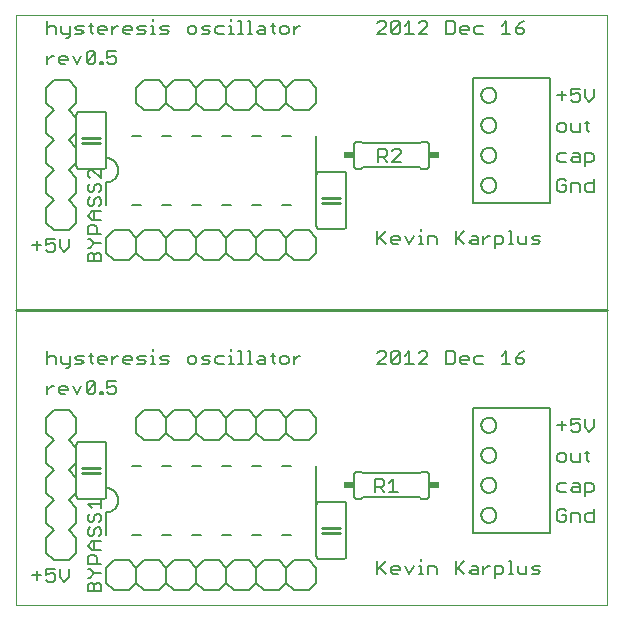
<source format=gto>
G75*
G70*
%OFA0B0*%
%FSLAX24Y24*%
%IPPOS*%
%LPD*%
%AMOC8*
5,1,8,0,0,1.08239X$1,22.5*
%
%ADD10C,0.0000*%
%ADD11C,0.0070*%
%ADD12C,0.0100*%
%ADD13C,0.0060*%
%ADD14C,0.0050*%
%ADD15R,0.0340X0.0240*%
%ADD16C,0.0080*%
D10*
X000150Y000100D02*
X000150Y019785D01*
X019835Y019785D01*
X019835Y000100D01*
X000150Y000100D01*
D11*
X000828Y000957D02*
X000828Y001244D01*
X000685Y001100D02*
X000972Y001100D01*
X001145Y001100D02*
X001145Y001315D01*
X001432Y001315D01*
X001361Y001172D02*
X001432Y001100D01*
X001432Y000957D01*
X001361Y000885D01*
X001217Y000885D01*
X001145Y000957D01*
X001145Y001100D02*
X001289Y001172D01*
X001361Y001172D01*
X001606Y001315D02*
X001606Y001028D01*
X001749Y000885D01*
X001893Y001028D01*
X001893Y001315D01*
X002535Y001310D02*
X002606Y001310D01*
X002750Y001166D01*
X002965Y001166D01*
X002750Y001166D02*
X002606Y001023D01*
X002535Y001023D01*
X002606Y000849D02*
X002678Y000849D01*
X002750Y000777D01*
X002750Y000562D01*
X002965Y000562D02*
X002965Y000777D01*
X002893Y000849D01*
X002822Y000849D01*
X002750Y000777D01*
X002606Y000849D02*
X002535Y000777D01*
X002535Y000562D01*
X002965Y000562D01*
X002965Y001483D02*
X002535Y001483D01*
X002535Y001698D01*
X002606Y001770D01*
X002750Y001770D01*
X002822Y001698D01*
X002822Y001483D01*
X002750Y001943D02*
X002750Y002230D01*
X002678Y002230D02*
X002965Y002230D01*
X002893Y002404D02*
X002965Y002476D01*
X002965Y002619D01*
X002893Y002691D01*
X002822Y002691D01*
X002750Y002619D01*
X002750Y002476D01*
X002678Y002404D01*
X002606Y002404D01*
X002535Y002476D01*
X002535Y002619D01*
X002606Y002691D01*
X002606Y002864D02*
X002535Y002936D01*
X002535Y003079D01*
X002606Y003151D01*
X002750Y003079D02*
X002822Y003151D01*
X002893Y003151D01*
X002965Y003079D01*
X002965Y002936D01*
X002893Y002864D01*
X002750Y002936D02*
X002750Y003079D01*
X002750Y002936D02*
X002678Y002864D01*
X002606Y002864D01*
X002678Y003325D02*
X002535Y003468D01*
X002965Y003468D01*
X002965Y003325D02*
X002965Y003612D01*
X002678Y002230D02*
X002535Y002087D01*
X002678Y001943D01*
X002965Y001943D01*
X003022Y007135D02*
X002950Y007135D01*
X002950Y007207D01*
X003022Y007207D01*
X003022Y007135D01*
X003180Y007207D02*
X003252Y007135D01*
X003395Y007135D01*
X003467Y007207D01*
X003467Y007350D01*
X003395Y007422D01*
X003323Y007422D01*
X003180Y007350D01*
X003180Y007565D01*
X003467Y007565D01*
X003333Y008135D02*
X003333Y008422D01*
X003333Y008278D02*
X003477Y008422D01*
X003549Y008422D01*
X003717Y008350D02*
X003789Y008422D01*
X003932Y008422D01*
X004004Y008350D01*
X004004Y008278D01*
X003717Y008278D01*
X003717Y008207D02*
X003717Y008350D01*
X003717Y008207D02*
X003789Y008135D01*
X003932Y008135D01*
X004178Y008135D02*
X004393Y008135D01*
X004464Y008207D01*
X004393Y008278D01*
X004249Y008278D01*
X004178Y008350D01*
X004249Y008422D01*
X004464Y008422D01*
X004638Y008422D02*
X004710Y008422D01*
X004710Y008135D01*
X004781Y008135D02*
X004638Y008135D01*
X004945Y008135D02*
X005160Y008135D01*
X005232Y008207D01*
X005160Y008278D01*
X005017Y008278D01*
X004945Y008350D01*
X005017Y008422D01*
X005232Y008422D01*
X004710Y008565D02*
X004710Y008637D01*
X005866Y008350D02*
X005866Y008207D01*
X005937Y008135D01*
X006081Y008135D01*
X006153Y008207D01*
X006153Y008350D01*
X006081Y008422D01*
X005937Y008422D01*
X005866Y008350D01*
X006326Y008350D02*
X006398Y008422D01*
X006613Y008422D01*
X006541Y008278D02*
X006398Y008278D01*
X006326Y008350D01*
X006326Y008135D02*
X006541Y008135D01*
X006613Y008207D01*
X006541Y008278D01*
X006786Y008207D02*
X006858Y008135D01*
X007073Y008135D01*
X007247Y008135D02*
X007390Y008135D01*
X007319Y008135D02*
X007319Y008422D01*
X007247Y008422D01*
X007319Y008565D02*
X007319Y008637D01*
X007554Y008565D02*
X007625Y008565D01*
X007625Y008135D01*
X007554Y008135D02*
X007697Y008135D01*
X007861Y008135D02*
X008004Y008135D01*
X007932Y008135D02*
X007932Y008565D01*
X007861Y008565D01*
X008239Y008422D02*
X008383Y008422D01*
X008455Y008350D01*
X008455Y008135D01*
X008239Y008135D01*
X008168Y008207D01*
X008239Y008278D01*
X008455Y008278D01*
X008628Y008422D02*
X008771Y008422D01*
X008700Y008494D02*
X008700Y008207D01*
X008771Y008135D01*
X008935Y008207D02*
X009007Y008135D01*
X009150Y008135D01*
X009222Y008207D01*
X009222Y008350D01*
X009150Y008422D01*
X009007Y008422D01*
X008935Y008350D01*
X008935Y008207D01*
X009395Y008278D02*
X009539Y008422D01*
X009611Y008422D01*
X009395Y008422D02*
X009395Y008135D01*
X007073Y008422D02*
X006858Y008422D01*
X006786Y008350D01*
X006786Y008207D01*
X003160Y008278D02*
X002873Y008278D01*
X002873Y008207D02*
X002873Y008350D01*
X002945Y008422D01*
X003088Y008422D01*
X003160Y008350D01*
X003160Y008278D01*
X003088Y008135D02*
X002945Y008135D01*
X002873Y008207D01*
X002710Y008135D02*
X002638Y008207D01*
X002638Y008494D01*
X002566Y008422D02*
X002710Y008422D01*
X002393Y008422D02*
X002178Y008422D01*
X002106Y008350D01*
X002178Y008278D01*
X002321Y008278D01*
X002393Y008207D01*
X002321Y008135D01*
X002106Y008135D01*
X001932Y008135D02*
X001717Y008135D01*
X001645Y008207D01*
X001645Y008422D01*
X001472Y008350D02*
X001472Y008135D01*
X001472Y008350D02*
X001400Y008422D01*
X001257Y008422D01*
X001185Y008350D01*
X001185Y008565D02*
X001185Y008135D01*
X001789Y007992D02*
X001861Y007992D01*
X001932Y008063D01*
X001932Y008422D01*
X002561Y007565D02*
X002705Y007565D01*
X002776Y007494D01*
X002489Y007207D01*
X002561Y007135D01*
X002705Y007135D01*
X002776Y007207D01*
X002776Y007494D01*
X002561Y007565D02*
X002489Y007494D01*
X002489Y007207D01*
X002316Y007422D02*
X002173Y007135D01*
X002029Y007422D01*
X001856Y007350D02*
X001856Y007278D01*
X001569Y007278D01*
X001569Y007207D02*
X001569Y007350D01*
X001640Y007422D01*
X001784Y007422D01*
X001856Y007350D01*
X001784Y007135D02*
X001640Y007135D01*
X001569Y007207D01*
X001400Y007422D02*
X001328Y007422D01*
X001185Y007278D01*
X001185Y007135D02*
X001185Y007422D01*
X002535Y011562D02*
X002535Y011777D01*
X002606Y011849D01*
X002678Y011849D01*
X002750Y011777D01*
X002750Y011562D01*
X002965Y011562D02*
X002965Y011777D01*
X002893Y011849D01*
X002822Y011849D01*
X002750Y011777D01*
X002606Y012023D02*
X002535Y012023D01*
X002606Y012023D02*
X002750Y012166D01*
X002965Y012166D01*
X002750Y012166D02*
X002606Y012310D01*
X002535Y012310D01*
X002535Y012483D02*
X002535Y012698D01*
X002606Y012770D01*
X002750Y012770D01*
X002822Y012698D01*
X002822Y012483D01*
X002965Y012483D02*
X002535Y012483D01*
X002678Y012943D02*
X002535Y013087D01*
X002678Y013230D01*
X002965Y013230D01*
X002893Y013404D02*
X002965Y013476D01*
X002965Y013619D01*
X002893Y013691D01*
X002822Y013691D01*
X002750Y013619D01*
X002750Y013476D01*
X002678Y013404D01*
X002606Y013404D01*
X002535Y013476D01*
X002535Y013619D01*
X002606Y013691D01*
X002606Y013864D02*
X002678Y013864D01*
X002750Y013936D01*
X002750Y014079D01*
X002822Y014151D01*
X002893Y014151D01*
X002965Y014079D01*
X002965Y013936D01*
X002893Y013864D01*
X002606Y013864D02*
X002535Y013936D01*
X002535Y014079D01*
X002606Y014151D01*
X002606Y014325D02*
X002535Y014396D01*
X002535Y014540D01*
X002606Y014612D01*
X002678Y014612D01*
X002965Y014325D01*
X002965Y014612D01*
X002750Y013230D02*
X002750Y012943D01*
X002678Y012943D02*
X002965Y012943D01*
X001893Y012315D02*
X001893Y012028D01*
X001749Y011885D01*
X001606Y012028D01*
X001606Y012315D01*
X001432Y012315D02*
X001145Y012315D01*
X001145Y012100D01*
X001289Y012172D01*
X001361Y012172D01*
X001432Y012100D01*
X001432Y011957D01*
X001361Y011885D01*
X001217Y011885D01*
X001145Y011957D01*
X000972Y012100D02*
X000685Y012100D01*
X000828Y012244D02*
X000828Y011957D01*
X002535Y011562D02*
X002965Y011562D01*
X003022Y018135D02*
X002950Y018135D01*
X002950Y018207D01*
X003022Y018207D01*
X003022Y018135D01*
X003180Y018207D02*
X003252Y018135D01*
X003395Y018135D01*
X003467Y018207D01*
X003467Y018350D01*
X003395Y018422D01*
X003323Y018422D01*
X003180Y018350D01*
X003180Y018565D01*
X003467Y018565D01*
X003333Y019135D02*
X003333Y019422D01*
X003333Y019278D02*
X003477Y019422D01*
X003549Y019422D01*
X003717Y019350D02*
X003717Y019207D01*
X003789Y019135D01*
X003932Y019135D01*
X004004Y019278D02*
X004004Y019350D01*
X003932Y019422D01*
X003789Y019422D01*
X003717Y019350D01*
X003717Y019278D02*
X004004Y019278D01*
X004178Y019350D02*
X004249Y019422D01*
X004464Y019422D01*
X004393Y019278D02*
X004249Y019278D01*
X004178Y019350D01*
X004178Y019135D02*
X004393Y019135D01*
X004464Y019207D01*
X004393Y019278D01*
X004638Y019135D02*
X004781Y019135D01*
X004710Y019135D02*
X004710Y019422D01*
X004638Y019422D01*
X004710Y019565D02*
X004710Y019637D01*
X004945Y019350D02*
X005017Y019422D01*
X005232Y019422D01*
X005160Y019278D02*
X005017Y019278D01*
X004945Y019350D01*
X004945Y019135D02*
X005160Y019135D01*
X005232Y019207D01*
X005160Y019278D01*
X005866Y019207D02*
X005937Y019135D01*
X006081Y019135D01*
X006153Y019207D01*
X006153Y019350D01*
X006081Y019422D01*
X005937Y019422D01*
X005866Y019350D01*
X005866Y019207D01*
X006326Y019135D02*
X006541Y019135D01*
X006613Y019207D01*
X006541Y019278D01*
X006398Y019278D01*
X006326Y019350D01*
X006398Y019422D01*
X006613Y019422D01*
X006786Y019350D02*
X006786Y019207D01*
X006858Y019135D01*
X007073Y019135D01*
X007247Y019135D02*
X007390Y019135D01*
X007319Y019135D02*
X007319Y019422D01*
X007247Y019422D01*
X007319Y019565D02*
X007319Y019637D01*
X007554Y019565D02*
X007625Y019565D01*
X007625Y019135D01*
X007554Y019135D02*
X007697Y019135D01*
X007861Y019135D02*
X008004Y019135D01*
X007932Y019135D02*
X007932Y019565D01*
X007861Y019565D01*
X008239Y019422D02*
X008383Y019422D01*
X008455Y019350D01*
X008455Y019135D01*
X008239Y019135D01*
X008168Y019207D01*
X008239Y019278D01*
X008455Y019278D01*
X008628Y019422D02*
X008771Y019422D01*
X008700Y019494D02*
X008700Y019207D01*
X008771Y019135D01*
X008935Y019207D02*
X008935Y019350D01*
X009007Y019422D01*
X009150Y019422D01*
X009222Y019350D01*
X009222Y019207D01*
X009150Y019135D01*
X009007Y019135D01*
X008935Y019207D01*
X009395Y019278D02*
X009539Y019422D01*
X009611Y019422D01*
X009395Y019422D02*
X009395Y019135D01*
X007073Y019422D02*
X006858Y019422D01*
X006786Y019350D01*
X003160Y019350D02*
X003160Y019278D01*
X002873Y019278D01*
X002873Y019207D02*
X002873Y019350D01*
X002945Y019422D01*
X003088Y019422D01*
X003160Y019350D01*
X003088Y019135D02*
X002945Y019135D01*
X002873Y019207D01*
X002710Y019135D02*
X002638Y019207D01*
X002638Y019494D01*
X002566Y019422D02*
X002710Y019422D01*
X002393Y019422D02*
X002178Y019422D01*
X002106Y019350D01*
X002178Y019278D01*
X002321Y019278D01*
X002393Y019207D01*
X002321Y019135D01*
X002106Y019135D01*
X001932Y019135D02*
X001717Y019135D01*
X001645Y019207D01*
X001645Y019422D01*
X001472Y019350D02*
X001472Y019135D01*
X001472Y019350D02*
X001400Y019422D01*
X001257Y019422D01*
X001185Y019350D01*
X001185Y019565D02*
X001185Y019135D01*
X001789Y018992D02*
X001861Y018992D01*
X001932Y019063D01*
X001932Y019422D01*
X002561Y018565D02*
X002705Y018565D01*
X002776Y018494D01*
X002489Y018207D01*
X002561Y018135D01*
X002705Y018135D01*
X002776Y018207D01*
X002776Y018494D01*
X002561Y018565D02*
X002489Y018494D01*
X002489Y018207D01*
X002316Y018422D02*
X002173Y018135D01*
X002029Y018422D01*
X001856Y018350D02*
X001856Y018278D01*
X001569Y018278D01*
X001569Y018207D02*
X001569Y018350D01*
X001640Y018422D01*
X001784Y018422D01*
X001856Y018350D01*
X001784Y018135D02*
X001640Y018135D01*
X001569Y018207D01*
X001400Y018422D02*
X001328Y018422D01*
X001185Y018278D01*
X001185Y018135D02*
X001185Y018422D01*
X012185Y019135D02*
X012472Y019422D01*
X012472Y019494D01*
X012400Y019565D01*
X012257Y019565D01*
X012185Y019494D01*
X012185Y019135D02*
X012472Y019135D01*
X012645Y019207D02*
X012932Y019494D01*
X012932Y019207D01*
X012861Y019135D01*
X012717Y019135D01*
X012645Y019207D01*
X012645Y019494D01*
X012717Y019565D01*
X012861Y019565D01*
X012932Y019494D01*
X013106Y019422D02*
X013249Y019565D01*
X013249Y019135D01*
X013106Y019135D02*
X013393Y019135D01*
X013566Y019135D02*
X013853Y019422D01*
X013853Y019494D01*
X013781Y019565D01*
X013638Y019565D01*
X013566Y019494D01*
X013566Y019135D02*
X013853Y019135D01*
X014487Y019135D02*
X014702Y019135D01*
X014774Y019207D01*
X014774Y019494D01*
X014702Y019565D01*
X014487Y019565D01*
X014487Y019135D01*
X014947Y019207D02*
X014947Y019350D01*
X015019Y019422D01*
X015163Y019422D01*
X015234Y019350D01*
X015234Y019278D01*
X014947Y019278D01*
X014947Y019207D02*
X015019Y019135D01*
X015163Y019135D01*
X015408Y019207D02*
X015479Y019135D01*
X015695Y019135D01*
X015695Y019422D02*
X015479Y019422D01*
X015408Y019350D01*
X015408Y019207D01*
X016329Y019135D02*
X016615Y019135D01*
X016472Y019135D02*
X016472Y019565D01*
X016329Y019422D01*
X016789Y019350D02*
X016789Y019207D01*
X016861Y019135D01*
X017004Y019135D01*
X017076Y019207D01*
X017076Y019278D01*
X017004Y019350D01*
X016789Y019350D01*
X016932Y019494D01*
X017076Y019565D01*
X018645Y017315D02*
X018645Y017100D01*
X018789Y017172D01*
X018861Y017172D01*
X018932Y017100D01*
X018932Y016957D01*
X018861Y016885D01*
X018717Y016885D01*
X018645Y016957D01*
X018472Y017100D02*
X018185Y017100D01*
X018328Y017244D02*
X018328Y016957D01*
X018645Y017315D02*
X018932Y017315D01*
X019106Y017315D02*
X019106Y017028D01*
X019249Y016885D01*
X019393Y017028D01*
X019393Y017315D01*
X019178Y016244D02*
X019178Y015957D01*
X019249Y015885D01*
X019249Y016172D02*
X019106Y016172D01*
X018932Y016172D02*
X018932Y015885D01*
X018717Y015885D01*
X018645Y015957D01*
X018645Y016172D01*
X018472Y016100D02*
X018400Y016172D01*
X018257Y016172D01*
X018185Y016100D01*
X018185Y015957D01*
X018257Y015885D01*
X018400Y015885D01*
X018472Y015957D01*
X018472Y016100D01*
X018472Y015172D02*
X018257Y015172D01*
X018185Y015100D01*
X018185Y014957D01*
X018257Y014885D01*
X018472Y014885D01*
X018645Y014957D02*
X018717Y015028D01*
X018932Y015028D01*
X018932Y015100D02*
X018932Y014885D01*
X018717Y014885D01*
X018645Y014957D01*
X018717Y015172D02*
X018861Y015172D01*
X018932Y015100D01*
X019106Y015172D02*
X019106Y014742D01*
X019106Y014885D02*
X019321Y014885D01*
X019393Y014957D01*
X019393Y015100D01*
X019321Y015172D01*
X019106Y015172D01*
X019393Y014315D02*
X019393Y013885D01*
X019178Y013885D01*
X019106Y013957D01*
X019106Y014100D01*
X019178Y014172D01*
X019393Y014172D01*
X018932Y014100D02*
X018932Y013885D01*
X018932Y014100D02*
X018861Y014172D01*
X018645Y014172D01*
X018645Y013885D01*
X018472Y013957D02*
X018472Y014100D01*
X018328Y014100D01*
X018185Y014244D02*
X018185Y013957D01*
X018257Y013885D01*
X018400Y013885D01*
X018472Y013957D01*
X018472Y014244D02*
X018400Y014315D01*
X018257Y014315D01*
X018185Y014244D01*
X016630Y012565D02*
X016559Y012565D01*
X016630Y012565D02*
X016630Y012135D01*
X016559Y012135D02*
X016702Y012135D01*
X016866Y012207D02*
X016866Y012422D01*
X016866Y012207D02*
X016937Y012135D01*
X017153Y012135D01*
X017153Y012422D01*
X017326Y012350D02*
X017398Y012422D01*
X017613Y012422D01*
X017541Y012278D02*
X017398Y012278D01*
X017326Y012350D01*
X017326Y012135D02*
X017541Y012135D01*
X017613Y012207D01*
X017541Y012278D01*
X016385Y012207D02*
X016314Y012135D01*
X016098Y012135D01*
X016098Y011992D02*
X016098Y012422D01*
X016314Y012422D01*
X016385Y012350D01*
X016385Y012207D01*
X015930Y012422D02*
X015858Y012422D01*
X015715Y012278D01*
X015715Y012135D02*
X015715Y012422D01*
X015541Y012350D02*
X015541Y012135D01*
X015326Y012135D01*
X015254Y012207D01*
X015326Y012278D01*
X015541Y012278D01*
X015541Y012350D02*
X015469Y012422D01*
X015326Y012422D01*
X015081Y012565D02*
X014794Y012278D01*
X014866Y012350D02*
X015081Y012135D01*
X014794Y012135D02*
X014794Y012565D01*
X014160Y012350D02*
X014160Y012135D01*
X014160Y012350D02*
X014088Y012422D01*
X013873Y012422D01*
X013873Y012135D01*
X013710Y012135D02*
X013566Y012135D01*
X013638Y012135D02*
X013638Y012422D01*
X013566Y012422D01*
X013638Y012565D02*
X013638Y012637D01*
X013393Y012422D02*
X013249Y012135D01*
X013106Y012422D01*
X012932Y012350D02*
X012932Y012278D01*
X012645Y012278D01*
X012645Y012207D02*
X012645Y012350D01*
X012717Y012422D01*
X012861Y012422D01*
X012932Y012350D01*
X012861Y012135D02*
X012717Y012135D01*
X012645Y012207D01*
X012472Y012135D02*
X012257Y012350D01*
X012185Y012278D02*
X012472Y012565D01*
X012185Y012565D02*
X012185Y012135D01*
X012214Y014885D02*
X012214Y015315D01*
X012429Y015315D01*
X012501Y015244D01*
X012501Y015100D01*
X012429Y015028D01*
X012214Y015028D01*
X012358Y015028D02*
X012501Y014885D01*
X012675Y014885D02*
X012962Y015172D01*
X012962Y015244D01*
X012890Y015315D01*
X012746Y015315D01*
X012675Y015244D01*
X012675Y014885D02*
X012962Y014885D01*
X012861Y008565D02*
X012717Y008565D01*
X012645Y008494D01*
X012645Y008207D01*
X012932Y008494D01*
X012932Y008207D01*
X012861Y008135D01*
X012717Y008135D01*
X012645Y008207D01*
X012472Y008135D02*
X012185Y008135D01*
X012472Y008422D01*
X012472Y008494D01*
X012400Y008565D01*
X012257Y008565D01*
X012185Y008494D01*
X012861Y008565D02*
X012932Y008494D01*
X013106Y008422D02*
X013249Y008565D01*
X013249Y008135D01*
X013106Y008135D02*
X013393Y008135D01*
X013566Y008135D02*
X013853Y008422D01*
X013853Y008494D01*
X013781Y008565D01*
X013638Y008565D01*
X013566Y008494D01*
X013566Y008135D02*
X013853Y008135D01*
X014487Y008135D02*
X014487Y008565D01*
X014702Y008565D01*
X014774Y008494D01*
X014774Y008207D01*
X014702Y008135D01*
X014487Y008135D01*
X014947Y008207D02*
X014947Y008350D01*
X015019Y008422D01*
X015163Y008422D01*
X015234Y008350D01*
X015234Y008278D01*
X014947Y008278D01*
X014947Y008207D02*
X015019Y008135D01*
X015163Y008135D01*
X015408Y008207D02*
X015479Y008135D01*
X015695Y008135D01*
X015408Y008207D02*
X015408Y008350D01*
X015479Y008422D01*
X015695Y008422D01*
X016329Y008422D02*
X016472Y008565D01*
X016472Y008135D01*
X016329Y008135D02*
X016615Y008135D01*
X016789Y008207D02*
X016861Y008135D01*
X017004Y008135D01*
X017076Y008207D01*
X017076Y008278D01*
X017004Y008350D01*
X016789Y008350D01*
X016789Y008207D01*
X016789Y008350D02*
X016932Y008494D01*
X017076Y008565D01*
X018328Y006244D02*
X018328Y005957D01*
X018185Y006100D02*
X018472Y006100D01*
X018645Y006100D02*
X018645Y006315D01*
X018932Y006315D01*
X018861Y006172D02*
X018932Y006100D01*
X018932Y005957D01*
X018861Y005885D01*
X018717Y005885D01*
X018645Y005957D01*
X018645Y006100D02*
X018789Y006172D01*
X018861Y006172D01*
X019106Y006315D02*
X019106Y006028D01*
X019249Y005885D01*
X019393Y006028D01*
X019393Y006315D01*
X019178Y005244D02*
X019178Y004957D01*
X019249Y004885D01*
X019249Y005172D02*
X019106Y005172D01*
X018932Y005172D02*
X018932Y004885D01*
X018717Y004885D01*
X018645Y004957D01*
X018645Y005172D01*
X018472Y005100D02*
X018400Y005172D01*
X018257Y005172D01*
X018185Y005100D01*
X018185Y004957D01*
X018257Y004885D01*
X018400Y004885D01*
X018472Y004957D01*
X018472Y005100D01*
X018472Y004172D02*
X018257Y004172D01*
X018185Y004100D01*
X018185Y003957D01*
X018257Y003885D01*
X018472Y003885D01*
X018645Y003957D02*
X018717Y004028D01*
X018932Y004028D01*
X018932Y004100D02*
X018932Y003885D01*
X018717Y003885D01*
X018645Y003957D01*
X018717Y004172D02*
X018861Y004172D01*
X018932Y004100D01*
X019106Y004172D02*
X019321Y004172D01*
X019393Y004100D01*
X019393Y003957D01*
X019321Y003885D01*
X019106Y003885D01*
X019106Y003742D02*
X019106Y004172D01*
X019393Y003315D02*
X019393Y002885D01*
X019178Y002885D01*
X019106Y002957D01*
X019106Y003100D01*
X019178Y003172D01*
X019393Y003172D01*
X018932Y003100D02*
X018932Y002885D01*
X018932Y003100D02*
X018861Y003172D01*
X018645Y003172D01*
X018645Y002885D01*
X018472Y002957D02*
X018472Y003100D01*
X018328Y003100D01*
X018185Y002957D02*
X018257Y002885D01*
X018400Y002885D01*
X018472Y002957D01*
X018472Y003244D02*
X018400Y003315D01*
X018257Y003315D01*
X018185Y003244D01*
X018185Y002957D01*
X017613Y001422D02*
X017398Y001422D01*
X017326Y001350D01*
X017398Y001278D01*
X017541Y001278D01*
X017613Y001207D01*
X017541Y001135D01*
X017326Y001135D01*
X017153Y001135D02*
X017153Y001422D01*
X016866Y001422D02*
X016866Y001207D01*
X016937Y001135D01*
X017153Y001135D01*
X016702Y001135D02*
X016559Y001135D01*
X016630Y001135D02*
X016630Y001565D01*
X016559Y001565D01*
X016385Y001350D02*
X016385Y001207D01*
X016314Y001135D01*
X016098Y001135D01*
X016098Y000992D02*
X016098Y001422D01*
X016314Y001422D01*
X016385Y001350D01*
X015930Y001422D02*
X015858Y001422D01*
X015715Y001278D01*
X015715Y001135D02*
X015715Y001422D01*
X015541Y001350D02*
X015541Y001135D01*
X015326Y001135D01*
X015254Y001207D01*
X015326Y001278D01*
X015541Y001278D01*
X015541Y001350D02*
X015469Y001422D01*
X015326Y001422D01*
X015081Y001565D02*
X014794Y001278D01*
X014866Y001350D02*
X015081Y001135D01*
X014794Y001135D02*
X014794Y001565D01*
X014160Y001350D02*
X014160Y001135D01*
X014160Y001350D02*
X014088Y001422D01*
X013873Y001422D01*
X013873Y001135D01*
X013710Y001135D02*
X013566Y001135D01*
X013638Y001135D02*
X013638Y001422D01*
X013566Y001422D01*
X013638Y001565D02*
X013638Y001637D01*
X013393Y001422D02*
X013249Y001135D01*
X013106Y001422D01*
X012932Y001350D02*
X012932Y001278D01*
X012645Y001278D01*
X012645Y001207D02*
X012645Y001350D01*
X012717Y001422D01*
X012861Y001422D01*
X012932Y001350D01*
X012861Y001135D02*
X012717Y001135D01*
X012645Y001207D01*
X012472Y001135D02*
X012257Y001350D01*
X012185Y001278D02*
X012472Y001565D01*
X012185Y001565D02*
X012185Y001135D01*
X012114Y003885D02*
X012114Y004315D01*
X012329Y004315D01*
X012401Y004244D01*
X012401Y004100D01*
X012329Y004028D01*
X012114Y004028D01*
X012258Y004028D02*
X012401Y003885D01*
X012575Y003885D02*
X012862Y003885D01*
X012718Y003885D02*
X012718Y004315D01*
X012575Y004172D01*
D12*
X010950Y002680D02*
X010350Y002680D01*
X010350Y002520D02*
X010950Y002520D01*
X002950Y004520D02*
X002350Y004520D01*
X002350Y004680D02*
X002950Y004680D01*
X000150Y009940D02*
X019835Y009940D01*
X010950Y013520D02*
X010350Y013520D01*
X010350Y013680D02*
X010950Y013680D01*
X002950Y015520D02*
X002350Y015520D01*
X002350Y015680D02*
X002950Y015680D01*
D13*
X003150Y015750D02*
X003150Y015000D01*
X003150Y014750D02*
X003150Y016450D01*
X003148Y016467D01*
X003144Y016484D01*
X003137Y016500D01*
X003127Y016514D01*
X003114Y016527D01*
X003100Y016537D01*
X003084Y016544D01*
X003067Y016548D01*
X003050Y016550D01*
X002250Y016550D01*
X002233Y016548D01*
X002216Y016544D01*
X002200Y016537D01*
X002186Y016527D01*
X002173Y016514D01*
X002163Y016500D01*
X002156Y016484D01*
X002152Y016467D01*
X002150Y016450D01*
X002150Y014750D01*
X002152Y014733D01*
X002156Y014716D01*
X002163Y014700D01*
X002173Y014686D01*
X002186Y014673D01*
X002200Y014663D01*
X002216Y014656D01*
X002233Y014652D01*
X002250Y014650D01*
X003050Y014650D01*
X003067Y014652D01*
X003084Y014656D01*
X003100Y014663D01*
X003114Y014673D01*
X003127Y014686D01*
X003137Y014700D01*
X003144Y014716D01*
X003148Y014733D01*
X003150Y014750D01*
X003150Y015000D02*
X003189Y014998D01*
X003228Y014992D01*
X003266Y014983D01*
X003303Y014970D01*
X003339Y014953D01*
X003372Y014933D01*
X003404Y014909D01*
X003433Y014883D01*
X003459Y014854D01*
X003483Y014822D01*
X003503Y014789D01*
X003520Y014753D01*
X003533Y014716D01*
X003542Y014678D01*
X003548Y014639D01*
X003550Y014600D01*
X003548Y014561D01*
X003542Y014522D01*
X003533Y014484D01*
X003520Y014447D01*
X003503Y014411D01*
X003483Y014378D01*
X003459Y014346D01*
X003433Y014317D01*
X003404Y014291D01*
X003372Y014267D01*
X003339Y014247D01*
X003303Y014230D01*
X003266Y014217D01*
X003228Y014208D01*
X003189Y014202D01*
X003150Y014200D01*
X003150Y013450D01*
X010150Y013450D02*
X010150Y015750D01*
X010250Y014550D02*
X011050Y014550D01*
X011067Y014548D01*
X011084Y014544D01*
X011100Y014537D01*
X011114Y014527D01*
X011127Y014514D01*
X011137Y014500D01*
X011144Y014484D01*
X011148Y014467D01*
X011150Y014450D01*
X011150Y012750D01*
X011148Y012733D01*
X011144Y012716D01*
X011137Y012700D01*
X011127Y012686D01*
X011114Y012673D01*
X011100Y012663D01*
X011084Y012656D01*
X011067Y012652D01*
X011050Y012650D01*
X010250Y012650D01*
X010233Y012652D01*
X010216Y012656D01*
X010200Y012663D01*
X010186Y012673D01*
X010173Y012686D01*
X010163Y012700D01*
X010156Y012716D01*
X010152Y012733D01*
X010150Y012750D01*
X010150Y014450D01*
X010152Y014467D01*
X010156Y014484D01*
X010163Y014500D01*
X010173Y014514D01*
X010186Y014527D01*
X010200Y014537D01*
X010216Y014544D01*
X010233Y014548D01*
X010250Y014550D01*
X011400Y014750D02*
X011400Y015450D01*
X011402Y015467D01*
X011406Y015484D01*
X011413Y015500D01*
X011423Y015514D01*
X011436Y015527D01*
X011450Y015537D01*
X011466Y015544D01*
X011483Y015548D01*
X011500Y015550D01*
X011650Y015550D01*
X011700Y015500D01*
X013600Y015500D01*
X013650Y015550D01*
X013800Y015550D01*
X013817Y015548D01*
X013834Y015544D01*
X013850Y015537D01*
X013864Y015527D01*
X013877Y015514D01*
X013887Y015500D01*
X013894Y015484D01*
X013898Y015467D01*
X013900Y015450D01*
X013900Y014750D01*
X013898Y014733D01*
X013894Y014716D01*
X013887Y014700D01*
X013877Y014686D01*
X013864Y014673D01*
X013850Y014663D01*
X013834Y014656D01*
X013817Y014652D01*
X013800Y014650D01*
X013650Y014650D01*
X013600Y014700D01*
X011700Y014700D01*
X011650Y014650D01*
X011500Y014650D01*
X011483Y014652D01*
X011466Y014656D01*
X011450Y014663D01*
X011436Y014673D01*
X011423Y014686D01*
X011413Y014700D01*
X011406Y014716D01*
X011402Y014733D01*
X011400Y014750D01*
X003050Y005550D02*
X002250Y005550D01*
X002233Y005548D01*
X002216Y005544D01*
X002200Y005537D01*
X002186Y005527D01*
X002173Y005514D01*
X002163Y005500D01*
X002156Y005484D01*
X002152Y005467D01*
X002150Y005450D01*
X002150Y003750D01*
X002152Y003733D01*
X002156Y003716D01*
X002163Y003700D01*
X002173Y003686D01*
X002186Y003673D01*
X002200Y003663D01*
X002216Y003656D01*
X002233Y003652D01*
X002250Y003650D01*
X003050Y003650D01*
X003067Y003652D01*
X003084Y003656D01*
X003100Y003663D01*
X003114Y003673D01*
X003127Y003686D01*
X003137Y003700D01*
X003144Y003716D01*
X003148Y003733D01*
X003150Y003750D01*
X003150Y005450D01*
X003148Y005467D01*
X003144Y005484D01*
X003137Y005500D01*
X003127Y005514D01*
X003114Y005527D01*
X003100Y005537D01*
X003084Y005544D01*
X003067Y005548D01*
X003050Y005550D01*
X003150Y004750D02*
X003150Y004000D01*
X003189Y003998D01*
X003228Y003992D01*
X003266Y003983D01*
X003303Y003970D01*
X003339Y003953D01*
X003372Y003933D01*
X003404Y003909D01*
X003433Y003883D01*
X003459Y003854D01*
X003483Y003822D01*
X003503Y003789D01*
X003520Y003753D01*
X003533Y003716D01*
X003542Y003678D01*
X003548Y003639D01*
X003550Y003600D01*
X003548Y003561D01*
X003542Y003522D01*
X003533Y003484D01*
X003520Y003447D01*
X003503Y003411D01*
X003483Y003378D01*
X003459Y003346D01*
X003433Y003317D01*
X003404Y003291D01*
X003372Y003267D01*
X003339Y003247D01*
X003303Y003230D01*
X003266Y003217D01*
X003228Y003208D01*
X003189Y003202D01*
X003150Y003200D01*
X003150Y002450D01*
X010150Y002450D02*
X010150Y004750D01*
X010250Y003550D02*
X011050Y003550D01*
X011067Y003548D01*
X011084Y003544D01*
X011100Y003537D01*
X011114Y003527D01*
X011127Y003514D01*
X011137Y003500D01*
X011144Y003484D01*
X011148Y003467D01*
X011150Y003450D01*
X011150Y001750D01*
X011148Y001733D01*
X011144Y001716D01*
X011137Y001700D01*
X011127Y001686D01*
X011114Y001673D01*
X011100Y001663D01*
X011084Y001656D01*
X011067Y001652D01*
X011050Y001650D01*
X010250Y001650D01*
X010233Y001652D01*
X010216Y001656D01*
X010200Y001663D01*
X010186Y001673D01*
X010173Y001686D01*
X010163Y001700D01*
X010156Y001716D01*
X010152Y001733D01*
X010150Y001750D01*
X010150Y003450D01*
X010152Y003467D01*
X010156Y003484D01*
X010163Y003500D01*
X010173Y003514D01*
X010186Y003527D01*
X010200Y003537D01*
X010216Y003544D01*
X010233Y003548D01*
X010250Y003550D01*
X011400Y003750D02*
X011400Y004450D01*
X011402Y004467D01*
X011406Y004484D01*
X011413Y004500D01*
X011423Y004514D01*
X011436Y004527D01*
X011450Y004537D01*
X011466Y004544D01*
X011483Y004548D01*
X011500Y004550D01*
X011650Y004550D01*
X011700Y004500D01*
X013600Y004500D01*
X013650Y004550D01*
X013800Y004550D01*
X013817Y004548D01*
X013834Y004544D01*
X013850Y004537D01*
X013864Y004527D01*
X013877Y004514D01*
X013887Y004500D01*
X013894Y004484D01*
X013898Y004467D01*
X013900Y004450D01*
X013900Y003750D01*
X013898Y003733D01*
X013894Y003716D01*
X013887Y003700D01*
X013877Y003686D01*
X013864Y003673D01*
X013850Y003663D01*
X013834Y003656D01*
X013817Y003652D01*
X013800Y003650D01*
X013650Y003650D01*
X013600Y003700D01*
X011700Y003700D01*
X011650Y003650D01*
X011500Y003650D01*
X011483Y003652D01*
X011466Y003656D01*
X011450Y003663D01*
X011436Y003673D01*
X011423Y003686D01*
X011413Y003700D01*
X011406Y003716D01*
X011402Y003733D01*
X011400Y003750D01*
D14*
X009300Y004750D02*
X009000Y004750D01*
X008300Y004750D02*
X008000Y004750D01*
X007300Y004750D02*
X007000Y004750D01*
X006300Y004750D02*
X006000Y004750D01*
X005300Y004750D02*
X005000Y004750D01*
X004300Y004750D02*
X004000Y004750D01*
X004000Y002450D02*
X004300Y002450D01*
X005000Y002450D02*
X005300Y002450D01*
X006000Y002450D02*
X006300Y002450D01*
X007000Y002450D02*
X007300Y002450D01*
X008000Y002450D02*
X008300Y002450D01*
X009000Y002450D02*
X009300Y002450D01*
X015370Y002510D02*
X015370Y006690D01*
X017930Y006690D01*
X017930Y002510D01*
X015370Y002510D01*
X015650Y003100D02*
X015652Y003131D01*
X015658Y003162D01*
X015668Y003192D01*
X015681Y003220D01*
X015698Y003247D01*
X015718Y003271D01*
X015741Y003293D01*
X015766Y003311D01*
X015794Y003326D01*
X015823Y003338D01*
X015853Y003346D01*
X015884Y003350D01*
X015916Y003350D01*
X015947Y003346D01*
X015977Y003338D01*
X016006Y003326D01*
X016034Y003311D01*
X016059Y003293D01*
X016082Y003271D01*
X016102Y003247D01*
X016119Y003220D01*
X016132Y003192D01*
X016142Y003162D01*
X016148Y003131D01*
X016150Y003100D01*
X016148Y003069D01*
X016142Y003038D01*
X016132Y003008D01*
X016119Y002980D01*
X016102Y002953D01*
X016082Y002929D01*
X016059Y002907D01*
X016034Y002889D01*
X016006Y002874D01*
X015977Y002862D01*
X015947Y002854D01*
X015916Y002850D01*
X015884Y002850D01*
X015853Y002854D01*
X015823Y002862D01*
X015794Y002874D01*
X015766Y002889D01*
X015741Y002907D01*
X015718Y002929D01*
X015698Y002953D01*
X015681Y002980D01*
X015668Y003008D01*
X015658Y003038D01*
X015652Y003069D01*
X015650Y003100D01*
X015650Y004100D02*
X015652Y004131D01*
X015658Y004162D01*
X015668Y004192D01*
X015681Y004220D01*
X015698Y004247D01*
X015718Y004271D01*
X015741Y004293D01*
X015766Y004311D01*
X015794Y004326D01*
X015823Y004338D01*
X015853Y004346D01*
X015884Y004350D01*
X015916Y004350D01*
X015947Y004346D01*
X015977Y004338D01*
X016006Y004326D01*
X016034Y004311D01*
X016059Y004293D01*
X016082Y004271D01*
X016102Y004247D01*
X016119Y004220D01*
X016132Y004192D01*
X016142Y004162D01*
X016148Y004131D01*
X016150Y004100D01*
X016148Y004069D01*
X016142Y004038D01*
X016132Y004008D01*
X016119Y003980D01*
X016102Y003953D01*
X016082Y003929D01*
X016059Y003907D01*
X016034Y003889D01*
X016006Y003874D01*
X015977Y003862D01*
X015947Y003854D01*
X015916Y003850D01*
X015884Y003850D01*
X015853Y003854D01*
X015823Y003862D01*
X015794Y003874D01*
X015766Y003889D01*
X015741Y003907D01*
X015718Y003929D01*
X015698Y003953D01*
X015681Y003980D01*
X015668Y004008D01*
X015658Y004038D01*
X015652Y004069D01*
X015650Y004100D01*
X015650Y005100D02*
X015652Y005131D01*
X015658Y005162D01*
X015668Y005192D01*
X015681Y005220D01*
X015698Y005247D01*
X015718Y005271D01*
X015741Y005293D01*
X015766Y005311D01*
X015794Y005326D01*
X015823Y005338D01*
X015853Y005346D01*
X015884Y005350D01*
X015916Y005350D01*
X015947Y005346D01*
X015977Y005338D01*
X016006Y005326D01*
X016034Y005311D01*
X016059Y005293D01*
X016082Y005271D01*
X016102Y005247D01*
X016119Y005220D01*
X016132Y005192D01*
X016142Y005162D01*
X016148Y005131D01*
X016150Y005100D01*
X016148Y005069D01*
X016142Y005038D01*
X016132Y005008D01*
X016119Y004980D01*
X016102Y004953D01*
X016082Y004929D01*
X016059Y004907D01*
X016034Y004889D01*
X016006Y004874D01*
X015977Y004862D01*
X015947Y004854D01*
X015916Y004850D01*
X015884Y004850D01*
X015853Y004854D01*
X015823Y004862D01*
X015794Y004874D01*
X015766Y004889D01*
X015741Y004907D01*
X015718Y004929D01*
X015698Y004953D01*
X015681Y004980D01*
X015668Y005008D01*
X015658Y005038D01*
X015652Y005069D01*
X015650Y005100D01*
X015650Y006100D02*
X015652Y006131D01*
X015658Y006162D01*
X015668Y006192D01*
X015681Y006220D01*
X015698Y006247D01*
X015718Y006271D01*
X015741Y006293D01*
X015766Y006311D01*
X015794Y006326D01*
X015823Y006338D01*
X015853Y006346D01*
X015884Y006350D01*
X015916Y006350D01*
X015947Y006346D01*
X015977Y006338D01*
X016006Y006326D01*
X016034Y006311D01*
X016059Y006293D01*
X016082Y006271D01*
X016102Y006247D01*
X016119Y006220D01*
X016132Y006192D01*
X016142Y006162D01*
X016148Y006131D01*
X016150Y006100D01*
X016148Y006069D01*
X016142Y006038D01*
X016132Y006008D01*
X016119Y005980D01*
X016102Y005953D01*
X016082Y005929D01*
X016059Y005907D01*
X016034Y005889D01*
X016006Y005874D01*
X015977Y005862D01*
X015947Y005854D01*
X015916Y005850D01*
X015884Y005850D01*
X015853Y005854D01*
X015823Y005862D01*
X015794Y005874D01*
X015766Y005889D01*
X015741Y005907D01*
X015718Y005929D01*
X015698Y005953D01*
X015681Y005980D01*
X015668Y006008D01*
X015658Y006038D01*
X015652Y006069D01*
X015650Y006100D01*
X015370Y013510D02*
X015370Y017690D01*
X017930Y017690D01*
X017930Y013510D01*
X015370Y013510D01*
X015650Y014100D02*
X015652Y014131D01*
X015658Y014162D01*
X015668Y014192D01*
X015681Y014220D01*
X015698Y014247D01*
X015718Y014271D01*
X015741Y014293D01*
X015766Y014311D01*
X015794Y014326D01*
X015823Y014338D01*
X015853Y014346D01*
X015884Y014350D01*
X015916Y014350D01*
X015947Y014346D01*
X015977Y014338D01*
X016006Y014326D01*
X016034Y014311D01*
X016059Y014293D01*
X016082Y014271D01*
X016102Y014247D01*
X016119Y014220D01*
X016132Y014192D01*
X016142Y014162D01*
X016148Y014131D01*
X016150Y014100D01*
X016148Y014069D01*
X016142Y014038D01*
X016132Y014008D01*
X016119Y013980D01*
X016102Y013953D01*
X016082Y013929D01*
X016059Y013907D01*
X016034Y013889D01*
X016006Y013874D01*
X015977Y013862D01*
X015947Y013854D01*
X015916Y013850D01*
X015884Y013850D01*
X015853Y013854D01*
X015823Y013862D01*
X015794Y013874D01*
X015766Y013889D01*
X015741Y013907D01*
X015718Y013929D01*
X015698Y013953D01*
X015681Y013980D01*
X015668Y014008D01*
X015658Y014038D01*
X015652Y014069D01*
X015650Y014100D01*
X015650Y015100D02*
X015652Y015131D01*
X015658Y015162D01*
X015668Y015192D01*
X015681Y015220D01*
X015698Y015247D01*
X015718Y015271D01*
X015741Y015293D01*
X015766Y015311D01*
X015794Y015326D01*
X015823Y015338D01*
X015853Y015346D01*
X015884Y015350D01*
X015916Y015350D01*
X015947Y015346D01*
X015977Y015338D01*
X016006Y015326D01*
X016034Y015311D01*
X016059Y015293D01*
X016082Y015271D01*
X016102Y015247D01*
X016119Y015220D01*
X016132Y015192D01*
X016142Y015162D01*
X016148Y015131D01*
X016150Y015100D01*
X016148Y015069D01*
X016142Y015038D01*
X016132Y015008D01*
X016119Y014980D01*
X016102Y014953D01*
X016082Y014929D01*
X016059Y014907D01*
X016034Y014889D01*
X016006Y014874D01*
X015977Y014862D01*
X015947Y014854D01*
X015916Y014850D01*
X015884Y014850D01*
X015853Y014854D01*
X015823Y014862D01*
X015794Y014874D01*
X015766Y014889D01*
X015741Y014907D01*
X015718Y014929D01*
X015698Y014953D01*
X015681Y014980D01*
X015668Y015008D01*
X015658Y015038D01*
X015652Y015069D01*
X015650Y015100D01*
X015650Y016100D02*
X015652Y016131D01*
X015658Y016162D01*
X015668Y016192D01*
X015681Y016220D01*
X015698Y016247D01*
X015718Y016271D01*
X015741Y016293D01*
X015766Y016311D01*
X015794Y016326D01*
X015823Y016338D01*
X015853Y016346D01*
X015884Y016350D01*
X015916Y016350D01*
X015947Y016346D01*
X015977Y016338D01*
X016006Y016326D01*
X016034Y016311D01*
X016059Y016293D01*
X016082Y016271D01*
X016102Y016247D01*
X016119Y016220D01*
X016132Y016192D01*
X016142Y016162D01*
X016148Y016131D01*
X016150Y016100D01*
X016148Y016069D01*
X016142Y016038D01*
X016132Y016008D01*
X016119Y015980D01*
X016102Y015953D01*
X016082Y015929D01*
X016059Y015907D01*
X016034Y015889D01*
X016006Y015874D01*
X015977Y015862D01*
X015947Y015854D01*
X015916Y015850D01*
X015884Y015850D01*
X015853Y015854D01*
X015823Y015862D01*
X015794Y015874D01*
X015766Y015889D01*
X015741Y015907D01*
X015718Y015929D01*
X015698Y015953D01*
X015681Y015980D01*
X015668Y016008D01*
X015658Y016038D01*
X015652Y016069D01*
X015650Y016100D01*
X015650Y017100D02*
X015652Y017131D01*
X015658Y017162D01*
X015668Y017192D01*
X015681Y017220D01*
X015698Y017247D01*
X015718Y017271D01*
X015741Y017293D01*
X015766Y017311D01*
X015794Y017326D01*
X015823Y017338D01*
X015853Y017346D01*
X015884Y017350D01*
X015916Y017350D01*
X015947Y017346D01*
X015977Y017338D01*
X016006Y017326D01*
X016034Y017311D01*
X016059Y017293D01*
X016082Y017271D01*
X016102Y017247D01*
X016119Y017220D01*
X016132Y017192D01*
X016142Y017162D01*
X016148Y017131D01*
X016150Y017100D01*
X016148Y017069D01*
X016142Y017038D01*
X016132Y017008D01*
X016119Y016980D01*
X016102Y016953D01*
X016082Y016929D01*
X016059Y016907D01*
X016034Y016889D01*
X016006Y016874D01*
X015977Y016862D01*
X015947Y016854D01*
X015916Y016850D01*
X015884Y016850D01*
X015853Y016854D01*
X015823Y016862D01*
X015794Y016874D01*
X015766Y016889D01*
X015741Y016907D01*
X015718Y016929D01*
X015698Y016953D01*
X015681Y016980D01*
X015668Y017008D01*
X015658Y017038D01*
X015652Y017069D01*
X015650Y017100D01*
X009300Y015750D02*
X009000Y015750D01*
X008300Y015750D02*
X008000Y015750D01*
X007300Y015750D02*
X007000Y015750D01*
X006300Y015750D02*
X006000Y015750D01*
X005300Y015750D02*
X005000Y015750D01*
X004300Y015750D02*
X004000Y015750D01*
X004000Y013450D02*
X004300Y013450D01*
X005000Y013450D02*
X005300Y013450D01*
X006000Y013450D02*
X006300Y013450D01*
X007000Y013450D02*
X007300Y013450D01*
X008000Y013450D02*
X008300Y013450D01*
X009000Y013450D02*
X009300Y013450D01*
D15*
X011230Y015100D03*
X014070Y015100D03*
X014070Y004100D03*
X011230Y004100D03*
D16*
X009900Y005600D02*
X009400Y005600D01*
X009150Y005850D01*
X009150Y006350D01*
X008900Y006600D01*
X008400Y006600D01*
X008150Y006350D01*
X008150Y005850D01*
X008400Y005600D01*
X008900Y005600D01*
X009150Y005850D01*
X009150Y006350D01*
X009400Y006600D01*
X009900Y006600D01*
X010150Y006350D01*
X010150Y005850D01*
X009900Y005600D01*
X008150Y005850D02*
X008150Y006350D01*
X007900Y006600D01*
X007400Y006600D01*
X007150Y006350D01*
X007150Y005850D01*
X006900Y005600D01*
X006400Y005600D01*
X006150Y005850D01*
X006150Y006350D01*
X006400Y006600D01*
X006900Y006600D01*
X007150Y006350D01*
X007150Y005850D01*
X007400Y005600D01*
X007900Y005600D01*
X008150Y005850D01*
X006150Y005850D02*
X006150Y006350D01*
X005900Y006600D01*
X005400Y006600D01*
X005150Y006350D01*
X005150Y005850D01*
X004900Y005600D01*
X004400Y005600D01*
X004150Y005850D01*
X004150Y006350D01*
X004400Y006600D01*
X004900Y006600D01*
X005150Y006350D01*
X005150Y005850D01*
X005400Y005600D01*
X005900Y005600D01*
X006150Y005850D01*
X002150Y005850D02*
X002150Y006350D01*
X001900Y006600D01*
X001400Y006600D01*
X001150Y006350D01*
X001150Y005850D01*
X001400Y005600D01*
X001150Y005350D01*
X001150Y004850D01*
X001400Y004600D01*
X001150Y004350D01*
X001150Y003850D01*
X001400Y003600D01*
X001150Y003350D01*
X001150Y002850D01*
X001400Y002600D01*
X001150Y002350D01*
X001150Y001850D01*
X001400Y001600D01*
X001900Y001600D01*
X002150Y001850D01*
X002150Y002350D01*
X001900Y002600D01*
X002150Y002850D01*
X002150Y003350D01*
X001900Y003600D01*
X002150Y003850D01*
X002150Y004350D01*
X001900Y004600D01*
X002150Y004850D01*
X002150Y005350D01*
X001900Y005600D01*
X002150Y005850D01*
X003400Y001600D02*
X003150Y001350D01*
X003150Y000850D01*
X003400Y000600D01*
X003900Y000600D01*
X004150Y000850D01*
X004150Y001350D01*
X003900Y001600D01*
X003400Y001600D01*
X004150Y001350D02*
X004400Y001600D01*
X004900Y001600D01*
X005150Y001350D01*
X005400Y001600D01*
X005900Y001600D01*
X006150Y001350D01*
X006150Y000850D01*
X005900Y000600D01*
X005400Y000600D01*
X005150Y000850D01*
X005150Y001350D01*
X005150Y000850D01*
X004900Y000600D01*
X004400Y000600D01*
X004150Y000850D01*
X004150Y001350D01*
X006150Y001350D02*
X006150Y000850D01*
X006400Y000600D01*
X006900Y000600D01*
X007150Y000850D01*
X007400Y000600D01*
X007900Y000600D01*
X008150Y000850D01*
X008150Y001350D01*
X007900Y001600D01*
X007400Y001600D01*
X007150Y001350D01*
X007150Y000850D01*
X007150Y001350D01*
X006900Y001600D01*
X006400Y001600D01*
X006150Y001350D01*
X008150Y001350D02*
X008150Y000850D01*
X008400Y000600D01*
X008900Y000600D01*
X009150Y000850D01*
X009400Y000600D01*
X009900Y000600D01*
X010150Y000850D01*
X010150Y001350D01*
X009900Y001600D01*
X009400Y001600D01*
X009150Y001350D01*
X009150Y000850D01*
X009150Y001350D01*
X008900Y001600D01*
X008400Y001600D01*
X008150Y001350D01*
X007900Y011600D02*
X007400Y011600D01*
X007150Y011850D01*
X007150Y012350D01*
X007400Y012600D01*
X007900Y012600D01*
X008150Y012350D01*
X008150Y011850D01*
X007900Y011600D01*
X008150Y011850D02*
X008400Y011600D01*
X008900Y011600D01*
X009150Y011850D01*
X009400Y011600D01*
X009900Y011600D01*
X010150Y011850D01*
X010150Y012350D01*
X009900Y012600D01*
X009400Y012600D01*
X009150Y012350D01*
X009150Y011850D01*
X009150Y012350D01*
X008900Y012600D01*
X008400Y012600D01*
X008150Y012350D01*
X008150Y011850D01*
X007150Y011850D02*
X007150Y012350D01*
X006900Y012600D01*
X006400Y012600D01*
X006150Y012350D01*
X006150Y011850D01*
X005900Y011600D01*
X005400Y011600D01*
X005150Y011850D01*
X005150Y012350D01*
X005400Y012600D01*
X005900Y012600D01*
X006150Y012350D01*
X006150Y011850D01*
X006400Y011600D01*
X006900Y011600D01*
X007150Y011850D01*
X005150Y011850D02*
X005150Y012350D01*
X004900Y012600D01*
X004400Y012600D01*
X004150Y012350D01*
X004150Y011850D01*
X003900Y011600D01*
X003400Y011600D01*
X003150Y011850D01*
X003150Y012350D01*
X003400Y012600D01*
X003900Y012600D01*
X004150Y012350D01*
X004150Y011850D01*
X004400Y011600D01*
X004900Y011600D01*
X005150Y011850D01*
X002150Y012850D02*
X002150Y013350D01*
X001900Y013600D01*
X002150Y013850D01*
X002150Y014350D01*
X001900Y014600D01*
X002150Y014850D01*
X002150Y015350D01*
X001900Y015600D01*
X002150Y015850D01*
X002150Y016350D01*
X001900Y016600D01*
X002150Y016850D01*
X002150Y017350D01*
X001900Y017600D01*
X001400Y017600D01*
X001150Y017350D01*
X001150Y016850D01*
X001400Y016600D01*
X001150Y016350D01*
X001150Y015850D01*
X001400Y015600D01*
X001150Y015350D01*
X001150Y014850D01*
X001400Y014600D01*
X001150Y014350D01*
X001150Y013850D01*
X001400Y013600D01*
X001150Y013350D01*
X001150Y012850D01*
X001400Y012600D01*
X001900Y012600D01*
X002150Y012850D01*
X004400Y016600D02*
X004150Y016850D01*
X004150Y017350D01*
X004400Y017600D01*
X004900Y017600D01*
X005150Y017350D01*
X005150Y016850D01*
X004900Y016600D01*
X004400Y016600D01*
X005150Y016850D02*
X005400Y016600D01*
X005900Y016600D01*
X006150Y016850D01*
X006400Y016600D01*
X006900Y016600D01*
X007150Y016850D01*
X007150Y017350D01*
X006900Y017600D01*
X006400Y017600D01*
X006150Y017350D01*
X006150Y016850D01*
X006150Y017350D01*
X005900Y017600D01*
X005400Y017600D01*
X005150Y017350D01*
X005150Y016850D01*
X007150Y016850D02*
X007400Y016600D01*
X007900Y016600D01*
X008150Y016850D01*
X008400Y016600D01*
X008900Y016600D01*
X009150Y016850D01*
X009150Y017350D01*
X008900Y017600D01*
X008400Y017600D01*
X008150Y017350D01*
X008150Y016850D01*
X008150Y017350D01*
X007900Y017600D01*
X007400Y017600D01*
X007150Y017350D01*
X007150Y016850D01*
X009150Y016850D02*
X009400Y016600D01*
X009900Y016600D01*
X010150Y016850D01*
X010150Y017350D01*
X009900Y017600D01*
X009400Y017600D01*
X009150Y017350D01*
X009150Y016850D01*
M02*

</source>
